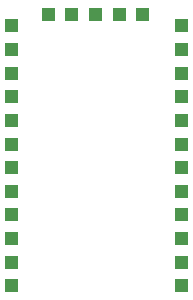
<source format=gbr>
G04 #@! TF.GenerationSoftware,KiCad,Pcbnew,(5.0.0)*
G04 #@! TF.CreationDate,2021-02-11T09:18:10+00:00*
G04 #@! TF.ProjectId,ESPV-BUG,455350562D4255472E6B696361645F70,rev?*
G04 #@! TF.SameCoordinates,Original*
G04 #@! TF.FileFunction,Soldermask,Bot*
G04 #@! TF.FilePolarity,Negative*
%FSLAX46Y46*%
G04 Gerber Fmt 4.6, Leading zero omitted, Abs format (unit mm)*
G04 Created by KiCad (PCBNEW (5.0.0)) date 02/11/21 09:18:10*
%MOMM*%
%LPD*%
G01*
G04 APERTURE LIST*
%ADD10C,0.100000*%
G04 APERTURE END LIST*
D10*
G36*
X178851000Y-89851000D02*
X177749000Y-89851000D01*
X177749000Y-88749000D01*
X178851000Y-88749000D01*
X178851000Y-89851000D01*
X178851000Y-89851000D01*
G37*
G36*
X164451000Y-89851000D02*
X163349000Y-89851000D01*
X163349000Y-88749000D01*
X164451000Y-88749000D01*
X164451000Y-89851000D01*
X164451000Y-89851000D01*
G37*
G36*
X164451000Y-87851000D02*
X163349000Y-87851000D01*
X163349000Y-86749000D01*
X164451000Y-86749000D01*
X164451000Y-87851000D01*
X164451000Y-87851000D01*
G37*
G36*
X178851000Y-87851000D02*
X177749000Y-87851000D01*
X177749000Y-86749000D01*
X178851000Y-86749000D01*
X178851000Y-87851000D01*
X178851000Y-87851000D01*
G37*
G36*
X178851000Y-85851000D02*
X177749000Y-85851000D01*
X177749000Y-84749000D01*
X178851000Y-84749000D01*
X178851000Y-85851000D01*
X178851000Y-85851000D01*
G37*
G36*
X164451000Y-85851000D02*
X163349000Y-85851000D01*
X163349000Y-84749000D01*
X164451000Y-84749000D01*
X164451000Y-85851000D01*
X164451000Y-85851000D01*
G37*
G36*
X178851000Y-83851000D02*
X177749000Y-83851000D01*
X177749000Y-82749000D01*
X178851000Y-82749000D01*
X178851000Y-83851000D01*
X178851000Y-83851000D01*
G37*
G36*
X164451000Y-83851000D02*
X163349000Y-83851000D01*
X163349000Y-82749000D01*
X164451000Y-82749000D01*
X164451000Y-83851000D01*
X164451000Y-83851000D01*
G37*
G36*
X164451000Y-81851000D02*
X163349000Y-81851000D01*
X163349000Y-80749000D01*
X164451000Y-80749000D01*
X164451000Y-81851000D01*
X164451000Y-81851000D01*
G37*
G36*
X178851000Y-81851000D02*
X177749000Y-81851000D01*
X177749000Y-80749000D01*
X178851000Y-80749000D01*
X178851000Y-81851000D01*
X178851000Y-81851000D01*
G37*
G36*
X178851000Y-79851000D02*
X177749000Y-79851000D01*
X177749000Y-78749000D01*
X178851000Y-78749000D01*
X178851000Y-79851000D01*
X178851000Y-79851000D01*
G37*
G36*
X164451000Y-79851000D02*
X163349000Y-79851000D01*
X163349000Y-78749000D01*
X164451000Y-78749000D01*
X164451000Y-79851000D01*
X164451000Y-79851000D01*
G37*
G36*
X178851000Y-77851000D02*
X177749000Y-77851000D01*
X177749000Y-76749000D01*
X178851000Y-76749000D01*
X178851000Y-77851000D01*
X178851000Y-77851000D01*
G37*
G36*
X164451000Y-77851000D02*
X163349000Y-77851000D01*
X163349000Y-76749000D01*
X164451000Y-76749000D01*
X164451000Y-77851000D01*
X164451000Y-77851000D01*
G37*
G36*
X178851000Y-75851000D02*
X177749000Y-75851000D01*
X177749000Y-74749000D01*
X178851000Y-74749000D01*
X178851000Y-75851000D01*
X178851000Y-75851000D01*
G37*
G36*
X164451000Y-75851000D02*
X163349000Y-75851000D01*
X163349000Y-74749000D01*
X164451000Y-74749000D01*
X164451000Y-75851000D01*
X164451000Y-75851000D01*
G37*
G36*
X164451000Y-73851000D02*
X163349000Y-73851000D01*
X163349000Y-72749000D01*
X164451000Y-72749000D01*
X164451000Y-73851000D01*
X164451000Y-73851000D01*
G37*
G36*
X178851000Y-73851000D02*
X177749000Y-73851000D01*
X177749000Y-72749000D01*
X178851000Y-72749000D01*
X178851000Y-73851000D01*
X178851000Y-73851000D01*
G37*
G36*
X178851000Y-71851000D02*
X177749000Y-71851000D01*
X177749000Y-70749000D01*
X178851000Y-70749000D01*
X178851000Y-71851000D01*
X178851000Y-71851000D01*
G37*
G36*
X164451000Y-71851000D02*
X163349000Y-71851000D01*
X163349000Y-70749000D01*
X164451000Y-70749000D01*
X164451000Y-71851000D01*
X164451000Y-71851000D01*
G37*
G36*
X178851000Y-69851000D02*
X177749000Y-69851000D01*
X177749000Y-68749000D01*
X178851000Y-68749000D01*
X178851000Y-69851000D01*
X178851000Y-69851000D01*
G37*
G36*
X164451000Y-69851000D02*
X163349000Y-69851000D01*
X163349000Y-68749000D01*
X164451000Y-68749000D01*
X164451000Y-69851000D01*
X164451000Y-69851000D01*
G37*
G36*
X178851000Y-67851000D02*
X177749000Y-67851000D01*
X177749000Y-66749000D01*
X178851000Y-66749000D01*
X178851000Y-67851000D01*
X178851000Y-67851000D01*
G37*
G36*
X164451000Y-67851000D02*
X163349000Y-67851000D01*
X163349000Y-66749000D01*
X164451000Y-66749000D01*
X164451000Y-67851000D01*
X164451000Y-67851000D01*
G37*
G36*
X171551000Y-66851000D02*
X170449000Y-66851000D01*
X170449000Y-65749000D01*
X171551000Y-65749000D01*
X171551000Y-66851000D01*
X171551000Y-66851000D01*
G37*
G36*
X173551000Y-66851000D02*
X172449000Y-66851000D01*
X172449000Y-65749000D01*
X173551000Y-65749000D01*
X173551000Y-66851000D01*
X173551000Y-66851000D01*
G37*
G36*
X175551000Y-66851000D02*
X174449000Y-66851000D01*
X174449000Y-65749000D01*
X175551000Y-65749000D01*
X175551000Y-66851000D01*
X175551000Y-66851000D01*
G37*
G36*
X169551000Y-66851000D02*
X168449000Y-66851000D01*
X168449000Y-65749000D01*
X169551000Y-65749000D01*
X169551000Y-66851000D01*
X169551000Y-66851000D01*
G37*
G36*
X167551000Y-66851000D02*
X166449000Y-66851000D01*
X166449000Y-65749000D01*
X167551000Y-65749000D01*
X167551000Y-66851000D01*
X167551000Y-66851000D01*
G37*
M02*

</source>
